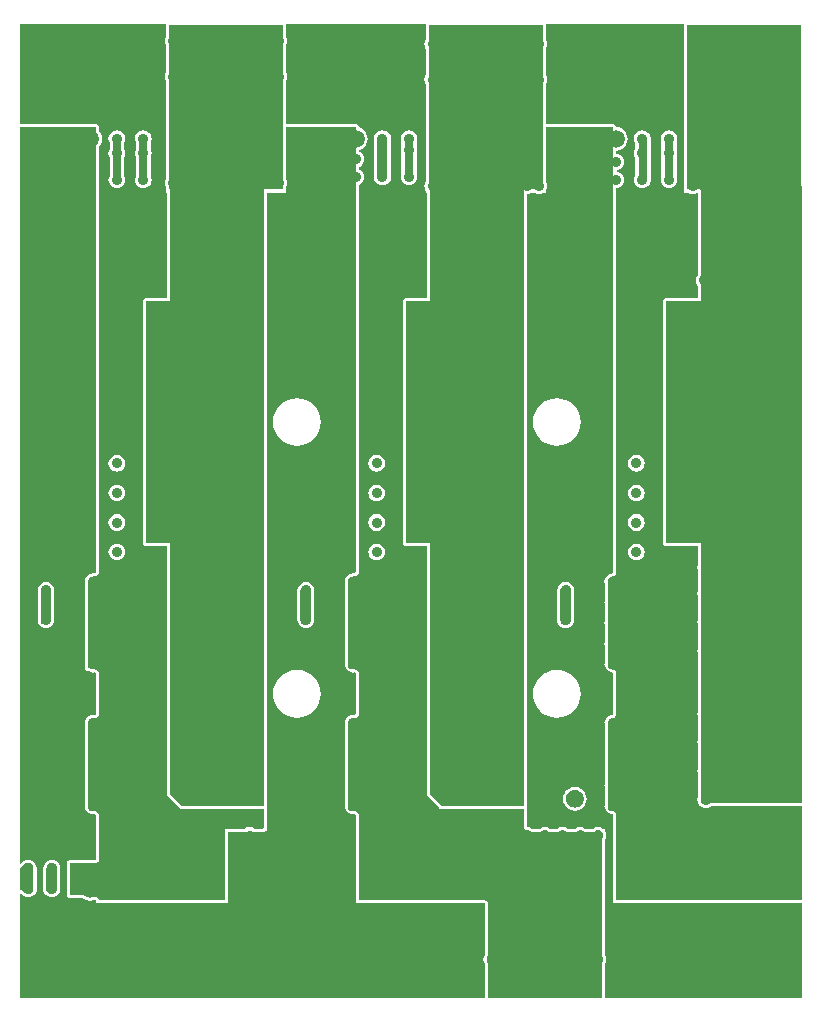
<source format=gbl>
G04*
G04 #@! TF.GenerationSoftware,Altium Limited,Altium Designer,18.0.12 (696)*
G04*
G04 Layer_Physical_Order=8*
G04 Layer_Color=16711680*
%FSLAX25Y25*%
%MOIN*%
G70*
G01*
G75*
%ADD42R,0.05906X0.05906*%
%ADD43C,0.05906*%
%ADD44R,0.38000X0.55000*%
%ADD45C,0.03500*%
%ADD66R,0.03150X0.14567*%
%ADD67R,0.02756X0.14173*%
%ADD68R,0.03150X0.12992*%
%ADD69R,0.03543X0.12992*%
%ADD70R,0.03150X0.13780*%
%ADD71R,0.03150X0.14173*%
%ADD72R,0.04304X0.28347*%
%ADD73R,0.04245X0.27107*%
%ADD74R,0.03517X0.27559*%
%ADD75R,0.03064X0.27501*%
%ADD76R,0.04698X0.27559*%
%ADD77R,0.04639X0.28288*%
%ADD78R,0.03431X0.10294*%
%ADD79R,0.03491X0.09843*%
%ADD80R,0.10236X0.10753*%
%ADD81R,0.03543X0.07874*%
G36*
X573819Y389764D02*
X573819Y240963D01*
X573101Y240868D01*
X572432Y240591D01*
X571858Y240150D01*
X571417Y239576D01*
X571140Y238907D01*
X571045Y238189D01*
X571113Y237670D01*
Y231818D01*
X571045Y231299D01*
X571113Y230781D01*
Y224928D01*
X571045Y224410D01*
X571113Y223891D01*
Y218038D01*
X571045Y217520D01*
X571113Y217001D01*
Y211149D01*
X571045Y210630D01*
X571140Y209912D01*
X571417Y209243D01*
X571858Y208669D01*
X572432Y208228D01*
X573101Y207951D01*
X573819Y207856D01*
Y193719D01*
X573101Y193624D01*
X572432Y193347D01*
X571858Y192906D01*
X571417Y192332D01*
X571140Y191663D01*
X571045Y190945D01*
X571054Y190878D01*
Y184122D01*
X571045Y184055D01*
X571054Y183988D01*
Y177232D01*
X571045Y177165D01*
X571054Y177099D01*
Y170342D01*
X571045Y170276D01*
X571054Y170209D01*
Y163453D01*
X571045Y163386D01*
X571140Y162668D01*
X571417Y161999D01*
X571858Y161425D01*
X572432Y160984D01*
X573101Y160707D01*
X573819Y160612D01*
Y111714D01*
X573819Y130905D01*
X636725Y130905D01*
Y99496D01*
X571181D01*
Y110663D01*
X571300Y110818D01*
X571577Y111487D01*
X571671Y112205D01*
X571577Y112923D01*
X571300Y113592D01*
X571181Y113746D01*
Y142345D01*
X571279Y142582D01*
X571374Y143300D01*
X571279Y144018D01*
X571181Y144255D01*
Y152002D01*
X571300Y152156D01*
X571577Y152825D01*
X571671Y153543D01*
X571577Y154261D01*
X571300Y154930D01*
X571181Y155085D01*
Y155827D01*
X570439D01*
X570285Y155945D01*
X569616Y156222D01*
X568898Y156317D01*
X568180Y156222D01*
X567511Y155945D01*
X567356Y155827D01*
X564534D01*
X564379Y155945D01*
X563710Y156222D01*
X562992Y156317D01*
X562274Y156222D01*
X561605Y155945D01*
X561451Y155827D01*
X558628D01*
X558473Y155945D01*
X557804Y156222D01*
X557087Y156317D01*
X556369Y156222D01*
X555700Y155945D01*
X555545Y155827D01*
X552723D01*
X552568Y155945D01*
X551899Y156222D01*
X551181Y156317D01*
X550463Y156222D01*
X549794Y155945D01*
X549640Y155827D01*
X546817D01*
X546663Y155945D01*
X545994Y156222D01*
X545276Y156317D01*
Y163208D01*
X545311Y163386D01*
Y367310D01*
X545994Y367400D01*
X546663Y367677D01*
X546817Y367795D01*
X547671D01*
X547826Y367677D01*
X548495Y367400D01*
X549213Y367305D01*
X549930Y367400D01*
X550599Y367677D01*
X550754Y367795D01*
X551496D01*
Y368537D01*
X551615Y368692D01*
X551892Y369361D01*
X551986Y370079D01*
X551892Y370797D01*
X551615Y371466D01*
X551496Y371620D01*
Y389764D01*
X573819Y389764D01*
D02*
G37*
G36*
X511496Y418864D02*
X511377Y418710D01*
X511100Y418041D01*
X511006Y417323D01*
X511100Y416605D01*
X511377Y415936D01*
X511496Y415781D01*
Y407053D01*
X511377Y406899D01*
X511100Y406230D01*
X511006Y405512D01*
X511100Y404794D01*
X511377Y404125D01*
X511496Y403970D01*
Y371620D01*
X511377Y371466D01*
X511100Y370797D01*
X511006Y370079D01*
X511100Y369361D01*
X511377Y368692D01*
X511496Y368537D01*
Y367795D01*
X511776D01*
Y332713D01*
X504921D01*
X504531Y332635D01*
X504200Y332414D01*
X503979Y332083D01*
X503902Y331693D01*
X503902Y250984D01*
X503979Y250594D01*
X504200Y250263D01*
X504531Y250042D01*
X504921Y249965D01*
X511776D01*
Y167323D01*
X511853Y166933D01*
X512074Y166602D01*
X516011Y162665D01*
X516342Y162444D01*
X516732Y162366D01*
X544256D01*
Y156317D01*
X544282Y156186D01*
X544291Y156053D01*
X544320Y155993D01*
X544334Y155927D01*
X544408Y155816D01*
X544467Y155696D01*
X544517Y155652D01*
X544555Y155596D01*
X544665Y155522D01*
X544766Y155434D01*
X544830Y155412D01*
X544885Y155375D01*
X545016Y155349D01*
X545143Y155306D01*
X545727Y155229D01*
X546148Y155055D01*
X546196Y155018D01*
X546316Y154959D01*
X546427Y154885D01*
X546493Y154872D01*
X546553Y154842D01*
X546686Y154833D01*
X546817Y154807D01*
X549640D01*
X549770Y154833D01*
X549903Y154842D01*
X549964Y154872D01*
X550030Y154885D01*
X550141Y154959D01*
X550260Y155018D01*
X550308Y155055D01*
X550729Y155229D01*
X551181Y155289D01*
X551633Y155229D01*
X552054Y155055D01*
X552102Y155018D01*
X552221Y154959D01*
X552332Y154885D01*
X552398Y154872D01*
X552459Y154842D01*
X552592Y154833D01*
X552723Y154807D01*
X555545D01*
X555676Y154833D01*
X555809Y154842D01*
X555869Y154872D01*
X555935Y154885D01*
X556046Y154959D01*
X556166Y155018D01*
X556214Y155055D01*
X556635Y155229D01*
X557087Y155289D01*
X557538Y155229D01*
X557959Y155055D01*
X558007Y155018D01*
X558127Y154959D01*
X558238Y154885D01*
X558304Y154872D01*
X558364Y154842D01*
X558497Y154833D01*
X558628Y154807D01*
X561451D01*
X561581Y154833D01*
X561715Y154842D01*
X561775Y154872D01*
X561841Y154885D01*
X561952Y154959D01*
X562071Y155018D01*
X562119Y155055D01*
X562540Y155229D01*
X562992Y155289D01*
X563444Y155229D01*
X563865Y155055D01*
X563913Y155018D01*
X564033Y154959D01*
X564144Y154885D01*
X564209Y154872D01*
X564270Y154842D01*
X564403Y154833D01*
X564534Y154807D01*
X567356D01*
X567487Y154833D01*
X567620Y154842D01*
X567680Y154872D01*
X567746Y154885D01*
X567857Y154959D01*
X567977Y155018D01*
X568025Y155055D01*
X568446Y155229D01*
X568898Y155289D01*
X569349Y155229D01*
X569770Y155055D01*
X569818Y155018D01*
X569938Y154959D01*
X570049Y154885D01*
X570115Y154872D01*
X570175Y154842D01*
X570195Y154841D01*
X570196Y154821D01*
X570226Y154761D01*
X570239Y154695D01*
X570313Y154584D01*
X570372Y154464D01*
X570409Y154416D01*
X570583Y153995D01*
X570643Y153543D01*
X570583Y153092D01*
X570409Y152671D01*
X570372Y152622D01*
X570313Y152503D01*
X570239Y152392D01*
X570226Y152326D01*
X570196Y152266D01*
X570188Y152133D01*
X570161Y152002D01*
Y144255D01*
X570239Y143865D01*
X570286Y143752D01*
X570345Y143300D01*
X570286Y142848D01*
X570239Y142735D01*
X570161Y142345D01*
Y113746D01*
X570188Y113615D01*
X570196Y113482D01*
X570226Y113422D01*
X570239Y113356D01*
X570313Y113245D01*
X570372Y113126D01*
X570409Y113077D01*
X570583Y112656D01*
X570643Y112205D01*
X570583Y111753D01*
X570409Y111332D01*
X570372Y111284D01*
X570313Y111164D01*
X570239Y111053D01*
X570226Y110987D01*
X570196Y110927D01*
X570188Y110794D01*
X570161Y110663D01*
Y99496D01*
X532201D01*
Y110663D01*
X532175Y110794D01*
X532166Y110927D01*
X532136Y110987D01*
X532123Y111053D01*
X532049Y111164D01*
X531990Y111284D01*
X531953Y111332D01*
X531779Y111753D01*
X531719Y112205D01*
X531779Y112656D01*
X531953Y113077D01*
X531990Y113126D01*
X532049Y113245D01*
X532123Y113356D01*
X532136Y113422D01*
X532166Y113482D01*
X532175Y113615D01*
X532201Y113746D01*
Y130905D01*
X532123Y131296D01*
X531902Y131626D01*
X531571Y131848D01*
X531181Y131925D01*
X489209D01*
Y160327D01*
X489191Y160415D01*
X489193Y160506D01*
X489152Y160609D01*
X489131Y160717D01*
X489081Y160792D01*
X489048Y160876D01*
X488971Y160956D01*
X488910Y161048D01*
X488835Y161098D01*
X488772Y161163D01*
X488272Y161512D01*
X488111Y161583D01*
X487953Y161661D01*
X487929Y161662D01*
X487908Y161672D01*
X487732Y161675D01*
X487556Y161687D01*
X487205Y161641D01*
X486753Y161700D01*
X486332Y161874D01*
X485971Y162152D01*
X485693Y162513D01*
X485519Y162934D01*
X485459Y163386D01*
X485510Y163771D01*
X485506Y163838D01*
X485519Y163904D01*
Y169757D01*
X485506Y169823D01*
X485510Y169890D01*
X485459Y170276D01*
X485510Y170661D01*
X485506Y170728D01*
X485519Y170794D01*
Y176647D01*
X485506Y176713D01*
X485510Y176780D01*
X485459Y177165D01*
X485510Y177551D01*
X485506Y177618D01*
X485519Y177684D01*
Y183537D01*
X485506Y183602D01*
X485510Y183670D01*
X485459Y184055D01*
X485510Y184441D01*
X485506Y184508D01*
X485519Y184574D01*
Y190426D01*
X485506Y190492D01*
X485510Y190559D01*
X485459Y190945D01*
X485519Y191397D01*
X485693Y191817D01*
X485971Y192179D01*
X486332Y192456D01*
X486753Y192631D01*
X487205Y192690D01*
X487556Y192644D01*
X487732Y192656D01*
X487908Y192659D01*
X487929Y192668D01*
X487953Y192670D01*
X488111Y192748D01*
X488272Y192819D01*
X488772Y193167D01*
X488835Y193233D01*
X488910Y193283D01*
X488971Y193375D01*
X489048Y193455D01*
X489081Y193538D01*
X489131Y193614D01*
X489152Y193722D01*
X489193Y193825D01*
X489191Y193915D01*
X489209Y194004D01*
Y207571D01*
X489191Y207660D01*
X489193Y207750D01*
X489152Y207853D01*
X489131Y207961D01*
X489081Y208036D01*
X489048Y208120D01*
X488971Y208200D01*
X488910Y208292D01*
X488835Y208342D01*
X488772Y208407D01*
X488272Y208756D01*
X488111Y208827D01*
X487953Y208905D01*
X487929Y208906D01*
X487908Y208916D01*
X487732Y208919D01*
X487556Y208931D01*
X487205Y208885D01*
X486753Y208944D01*
X486332Y209118D01*
X485971Y209396D01*
X485693Y209757D01*
X485519Y210178D01*
X485454Y210670D01*
X485459Y210697D01*
Y217453D01*
X485446Y217518D01*
X485446Y217520D01*
X485446Y217521D01*
X485459Y217586D01*
Y224343D01*
X485446Y224408D01*
X485446Y224409D01*
X485446Y224411D01*
X485459Y224476D01*
Y231232D01*
X485446Y231297D01*
X485446Y231299D01*
X485446Y231301D01*
X485459Y231366D01*
Y238122D01*
X485454Y238149D01*
X485519Y238641D01*
X485693Y239062D01*
X485971Y239423D01*
X486332Y239701D01*
X486753Y239875D01*
X487205Y239934D01*
X487556Y239888D01*
X487732Y239900D01*
X487908Y239903D01*
X487929Y239913D01*
X487953Y239914D01*
X488111Y239992D01*
X488272Y240063D01*
X488772Y240412D01*
X488835Y240477D01*
X488910Y240527D01*
X488971Y240619D01*
X489048Y240699D01*
X489081Y240783D01*
X489131Y240858D01*
X489152Y240966D01*
X489193Y241069D01*
X489191Y241159D01*
X489209Y241248D01*
X489209Y370477D01*
X489576Y370629D01*
X490150Y371070D01*
X490591Y371645D01*
X490868Y372314D01*
X490963Y373031D01*
X490868Y373749D01*
X490591Y374418D01*
X490150Y374993D01*
X489576Y375434D01*
X489209Y375586D01*
Y376383D01*
X489576Y376535D01*
X490150Y376976D01*
X490591Y377550D01*
X490868Y378219D01*
X490963Y378937D01*
X490868Y379655D01*
X490591Y380324D01*
X490150Y380898D01*
X489576Y381339D01*
X489209Y381491D01*
Y381974D01*
X489221Y381976D01*
X490182Y382374D01*
X491008Y383008D01*
X491642Y383833D01*
X492040Y384795D01*
X492176Y385827D01*
X492040Y386859D01*
X491642Y387820D01*
X491008Y388646D01*
X490182Y389280D01*
X489221Y389678D01*
X489209Y389679D01*
Y389764D01*
X489131Y390154D01*
X488910Y390485D01*
X488579Y390706D01*
X488189Y390783D01*
X464882D01*
Y404955D01*
X465000Y405109D01*
X465278Y405778D01*
X465372Y406496D01*
X465278Y407214D01*
X465000Y407883D01*
X464882Y408038D01*
Y416766D01*
X465000Y416920D01*
X465278Y417589D01*
X465372Y418307D01*
X465278Y419025D01*
X465000Y419694D01*
X464882Y419849D01*
Y424126D01*
X511496D01*
Y418864D01*
D02*
G37*
G36*
X424882Y419849D02*
X424763Y419694D01*
X424486Y419025D01*
X424392Y418307D01*
X424486Y417589D01*
X424763Y416920D01*
X424882Y416766D01*
Y408038D01*
X424763Y407883D01*
X424486Y407214D01*
X424392Y406496D01*
X424486Y405778D01*
X424763Y405109D01*
X424882Y404955D01*
Y372604D01*
X424763Y372450D01*
X424486Y371781D01*
X424392Y371063D01*
X424486Y370345D01*
X424763Y369676D01*
X424882Y369521D01*
Y367795D01*
X425162D01*
Y332713D01*
X418307D01*
X417917Y332635D01*
X417586Y332414D01*
X417365Y332083D01*
X417287Y331693D01*
X417287Y250984D01*
X417365Y250594D01*
X417586Y250263D01*
X417917Y250042D01*
X418307Y249965D01*
X425162D01*
Y167323D01*
X425239Y166933D01*
X425460Y166602D01*
X429397Y162665D01*
X429728Y162444D01*
X430118Y162366D01*
X457642D01*
Y156098D01*
X457275Y155945D01*
X457120Y155827D01*
X454297D01*
X454143Y155945D01*
X453474Y156222D01*
X452756Y156317D01*
X452038Y156222D01*
X451369Y155945D01*
X451214Y155827D01*
X444567D01*
Y131925D01*
X402592D01*
X402575Y132012D01*
Y132113D01*
X402536Y132205D01*
X402517Y132304D01*
X402461Y132387D01*
X402423Y132480D01*
X402352Y132551D01*
X402296Y132635D01*
X402212Y132691D01*
X402141Y132762D01*
X401725Y133039D01*
X401633Y133078D01*
X401549Y133133D01*
X401451Y133153D01*
X401358Y133192D01*
X401258D01*
X401159Y133211D01*
X401061Y133192D01*
X400960D01*
X400867Y133153D01*
X400769Y133133D01*
X400372Y132969D01*
X399606Y132868D01*
X398841Y132969D01*
X398127Y133265D01*
X397789Y133524D01*
X397669Y133583D01*
X397558Y133657D01*
X397492Y133670D01*
X397432Y133700D01*
X397299Y133709D01*
X397168Y133735D01*
X393014D01*
X392930Y133751D01*
X392913Y133835D01*
Y144388D01*
X392930Y144472D01*
X393014Y144488D01*
X401575D01*
X401965Y144566D01*
X402296Y144787D01*
X402517Y145118D01*
X402594Y145508D01*
Y160327D01*
X402577Y160415D01*
X402579Y160506D01*
X402538Y160609D01*
X402517Y160717D01*
X402467Y160792D01*
X402434Y160876D01*
X402357Y160956D01*
X402296Y161048D01*
X402221Y161098D01*
X402158Y161163D01*
X401658Y161512D01*
X401497Y161583D01*
X401339Y161661D01*
X401315Y161662D01*
X401294Y161672D01*
X401118Y161675D01*
X400942Y161687D01*
X400591Y161641D01*
X400139Y161700D01*
X399718Y161874D01*
X399356Y162152D01*
X399256Y162282D01*
X399131Y162392D01*
X399014Y162509D01*
X398863Y162610D01*
X398845Y162699D01*
Y163319D01*
X398832Y163384D01*
X398832Y163386D01*
X398832Y163388D01*
X398845Y163453D01*
Y170209D01*
X398832Y170274D01*
X398832Y170276D01*
X398832Y170277D01*
X398845Y170342D01*
Y177099D01*
X398832Y177164D01*
X398832Y177165D01*
X398832Y177167D01*
X398845Y177232D01*
Y183988D01*
X398832Y184053D01*
X398832Y184055D01*
X398832Y184057D01*
X398845Y184122D01*
Y190878D01*
X398840Y190905D01*
X398905Y191397D01*
X399079Y191818D01*
X399356Y192179D01*
X399718Y192456D01*
X400139Y192631D01*
X400591Y192690D01*
X400942Y192644D01*
X401118Y192656D01*
X401294Y192659D01*
X401315Y192668D01*
X401339Y192670D01*
X401497Y192748D01*
X401658Y192819D01*
X402158Y193168D01*
X402221Y193233D01*
X402296Y193283D01*
X402357Y193375D01*
X402434Y193455D01*
X402467Y193538D01*
X402517Y193614D01*
X402538Y193722D01*
X402579Y193825D01*
X402577Y193915D01*
X402594Y194004D01*
Y207571D01*
X402577Y207660D01*
X402579Y207750D01*
X402538Y207853D01*
X402517Y207961D01*
X402467Y208036D01*
X402434Y208120D01*
X402357Y208200D01*
X402296Y208292D01*
X402221Y208342D01*
X402158Y208407D01*
X401658Y208756D01*
X401497Y208827D01*
X401339Y208905D01*
X401315Y208906D01*
X401294Y208916D01*
X401118Y208919D01*
X400942Y208931D01*
X400591Y208885D01*
X400139Y208944D01*
X399718Y209118D01*
X399562Y209238D01*
X399442Y209297D01*
X399331Y209371D01*
X399265Y209384D01*
X399205Y209414D01*
X399128Y209419D01*
X399104Y209429D01*
X398921Y209466D01*
X398905Y209549D01*
Y210111D01*
X398892Y210177D01*
X398896Y210244D01*
X398845Y210630D01*
X398896Y211015D01*
X398892Y211083D01*
X398905Y211149D01*
Y217001D01*
X398892Y217067D01*
X398896Y217134D01*
X398845Y217520D01*
X398896Y217905D01*
X398892Y217972D01*
X398905Y218038D01*
Y223891D01*
X398892Y223957D01*
X398896Y224024D01*
X398845Y224410D01*
X398896Y224795D01*
X398892Y224862D01*
X398905Y224928D01*
Y230781D01*
X398892Y230847D01*
X398896Y230914D01*
X398845Y231299D01*
X398896Y231685D01*
X398892Y231752D01*
X398905Y231818D01*
Y237670D01*
X398892Y237736D01*
X398896Y237804D01*
X398845Y238189D01*
X398905Y238641D01*
X399079Y239062D01*
X399356Y239423D01*
X399718Y239701D01*
X400139Y239875D01*
X400591Y239934D01*
X400942Y239888D01*
X401118Y239900D01*
X401294Y239903D01*
X401315Y239913D01*
X401339Y239914D01*
X401497Y239992D01*
X401658Y240063D01*
X402158Y240412D01*
X402221Y240477D01*
X402296Y240527D01*
X402357Y240619D01*
X402434Y240699D01*
X402467Y240783D01*
X402517Y240858D01*
X402538Y240966D01*
X402579Y241069D01*
X402577Y241159D01*
X402594Y241248D01*
X402594Y383228D01*
X403059Y383833D01*
X403457Y384795D01*
X403593Y385827D01*
X403457Y386859D01*
X403059Y387820D01*
X402594Y388426D01*
Y389764D01*
X402517Y390154D01*
X402296Y390485D01*
X401965Y390706D01*
X401575Y390783D01*
X376071D01*
X376071Y391283D01*
Y424126D01*
X424882D01*
Y419849D01*
D02*
G37*
G36*
X597717Y418046D02*
X597715Y418041D01*
X597620Y417323D01*
X597715Y416605D01*
X597717Y416600D01*
Y406235D01*
X597715Y406230D01*
X597620Y405512D01*
X597715Y404794D01*
X597717Y404789D01*
Y391471D01*
X597715Y391466D01*
X597620Y390748D01*
X597715Y390030D01*
X597717Y390025D01*
Y387534D01*
X597715Y387529D01*
X597620Y386811D01*
X597715Y386093D01*
X597717Y386088D01*
Y383597D01*
X597715Y383592D01*
X597620Y382874D01*
X597715Y382156D01*
X597717Y382151D01*
Y370802D01*
X597715Y370797D01*
X597620Y370079D01*
X597715Y369361D01*
X597717Y369356D01*
Y367795D01*
X598852D01*
X599007Y367677D01*
X599676Y367400D01*
X600394Y367305D01*
X601112Y367400D01*
X601781Y367677D01*
X601827Y367712D01*
X602327Y367550D01*
Y340489D01*
X601929Y339969D01*
X601651Y339301D01*
X601557Y338583D01*
X601651Y337865D01*
X601929Y337196D01*
X602327Y336677D01*
Y332713D01*
X591535D01*
X591145Y332635D01*
X590814Y332414D01*
X590593Y332083D01*
X590516Y331693D01*
X590516Y250984D01*
X590593Y250594D01*
X590814Y250263D01*
X591145Y250042D01*
X591535Y249965D01*
X602327D01*
Y244115D01*
X602121Y243618D01*
X602026Y242900D01*
X602121Y242182D01*
X602327Y241685D01*
Y235415D01*
X602121Y234918D01*
X602026Y234200D01*
X602121Y233482D01*
X602327Y232985D01*
Y225815D01*
X602121Y225318D01*
X602026Y224600D01*
X602121Y223882D01*
X602327Y223385D01*
Y216315D01*
X602121Y215818D01*
X602026Y215100D01*
X602121Y214382D01*
X602327Y213885D01*
Y195315D01*
X602121Y194818D01*
X602026Y194100D01*
X602121Y193382D01*
X602327Y192885D01*
Y185815D01*
X602121Y185318D01*
X602026Y184600D01*
X602121Y183882D01*
X602327Y183385D01*
Y176315D01*
X602121Y175818D01*
X602026Y175100D01*
X602121Y174382D01*
X602327Y173885D01*
Y166715D01*
X602121Y166218D01*
X602026Y165500D01*
X602121Y164782D01*
X602360Y164206D01*
X602404Y163980D01*
X602626Y163649D01*
X602956Y163428D01*
X602992Y163421D01*
X603413Y163098D01*
X604082Y162821D01*
X604800Y162726D01*
X605518Y162821D01*
X606187Y163098D01*
X606516Y163350D01*
X636725Y163350D01*
X636725Y162850D01*
Y132425D01*
X636725Y131925D01*
X574838Y131925D01*
Y160612D01*
X574813Y160743D01*
X574804Y160876D01*
X574774Y160936D01*
X574761Y161002D01*
X574687Y161113D01*
X574628Y161233D01*
X574577Y161277D01*
X574540Y161333D01*
X574429Y161407D01*
X574329Y161495D01*
X574265Y161517D01*
X574209Y161554D01*
X574078Y161580D01*
X573952Y161623D01*
X573367Y161700D01*
X572946Y161874D01*
X572585Y162152D01*
X572307Y162513D01*
X572133Y162934D01*
X572068Y163426D01*
X572074Y163453D01*
Y170209D01*
X572061Y170274D01*
X572060Y170276D01*
X572061Y170277D01*
X572074Y170342D01*
Y177099D01*
X572061Y177164D01*
X572060Y177165D01*
X572061Y177167D01*
X572074Y177232D01*
Y183988D01*
X572061Y184053D01*
X572060Y184055D01*
X572061Y184057D01*
X572074Y184122D01*
Y190878D01*
X572068Y190905D01*
X572133Y191397D01*
X572307Y191818D01*
X572585Y192179D01*
X572946Y192456D01*
X573367Y192631D01*
X573952Y192708D01*
X574078Y192751D01*
X574209Y192777D01*
X574265Y192814D01*
X574329Y192836D01*
X574429Y192924D01*
X574540Y192998D01*
X574577Y193054D01*
X574628Y193098D01*
X574687Y193218D01*
X574761Y193328D01*
X574774Y193394D01*
X574804Y193455D01*
X574813Y193588D01*
X574838Y193719D01*
Y207856D01*
X574813Y207987D01*
X574804Y208120D01*
X574774Y208180D01*
X574761Y208246D01*
X574687Y208357D01*
X574628Y208477D01*
X574577Y208521D01*
X574540Y208577D01*
X574429Y208651D01*
X574329Y208739D01*
X574265Y208761D01*
X574209Y208798D01*
X574078Y208824D01*
X573952Y208867D01*
X573367Y208944D01*
X572946Y209118D01*
X572585Y209396D01*
X572307Y209757D01*
X572133Y210178D01*
X572074Y210630D01*
X572124Y211015D01*
X572120Y211083D01*
X572133Y211149D01*
Y217001D01*
X572120Y217067D01*
X572124Y217134D01*
X572074Y217520D01*
X572124Y217905D01*
X572120Y217972D01*
X572133Y218038D01*
Y223891D01*
X572120Y223957D01*
X572124Y224024D01*
X572074Y224410D01*
X572124Y224795D01*
X572120Y224862D01*
X572133Y224928D01*
Y230781D01*
X572120Y230847D01*
X572124Y230914D01*
X572074Y231299D01*
X572124Y231685D01*
X572120Y231752D01*
X572133Y231818D01*
Y237670D01*
X572120Y237736D01*
X572124Y237804D01*
X572074Y238189D01*
X572133Y238641D01*
X572307Y239062D01*
X572585Y239423D01*
X572946Y239701D01*
X573367Y239875D01*
X573952Y239952D01*
X574078Y239995D01*
X574209Y240021D01*
X574265Y240058D01*
X574329Y240080D01*
X574429Y240168D01*
X574540Y240242D01*
X574577Y240298D01*
X574628Y240342D01*
X574687Y240462D01*
X574761Y240573D01*
X574774Y240638D01*
X574804Y240699D01*
X574813Y240832D01*
X574838Y240963D01*
X574838Y369278D01*
X575521Y369368D01*
X576190Y369645D01*
X576764Y370086D01*
X577205Y370660D01*
X577482Y371329D01*
X577577Y372047D01*
X577482Y372765D01*
X577205Y373434D01*
X576764Y374009D01*
X576190Y374449D01*
X575521Y374727D01*
X575359Y374748D01*
Y375252D01*
X575521Y375273D01*
X576190Y375551D01*
X576764Y375991D01*
X577205Y376566D01*
X577482Y377235D01*
X577577Y377953D01*
X577482Y378671D01*
X577205Y379340D01*
X576764Y379914D01*
X576190Y380355D01*
X575521Y380632D01*
X574838Y380722D01*
Y381845D01*
X575835Y381976D01*
X576797Y382374D01*
X577622Y383008D01*
X578256Y383833D01*
X578654Y384795D01*
X578790Y385827D01*
X578654Y386859D01*
X578256Y387820D01*
X577622Y388646D01*
X576797Y389280D01*
X575835Y389678D01*
X574829Y389810D01*
X574761Y390154D01*
X574540Y390485D01*
X574209Y390706D01*
X573819Y390783D01*
X551496Y390783D01*
Y403970D01*
X551615Y404125D01*
X551892Y404794D01*
X551986Y405512D01*
X551892Y406230D01*
X551615Y406899D01*
X551496Y407053D01*
Y415781D01*
X551615Y415936D01*
X551892Y416605D01*
X551986Y417323D01*
X551892Y418041D01*
X551615Y418710D01*
X551496Y418864D01*
Y424126D01*
X597717D01*
Y418046D01*
D02*
G37*
G36*
X544291Y163386D02*
X516732D01*
X512795Y167323D01*
Y250984D01*
X504921D01*
X504921Y331693D01*
X512795D01*
Y369094D01*
X544291D01*
Y163386D01*
D02*
G37*
G36*
X457677D02*
X430118D01*
X426181Y167323D01*
Y250984D01*
X418307D01*
X418307Y331693D01*
X426181D01*
Y369094D01*
X457677D01*
Y163386D01*
D02*
G37*
G36*
X636725Y164370D02*
X603346Y164370D01*
Y250984D01*
X591535D01*
X591535Y331693D01*
X603346D01*
Y370079D01*
X636725D01*
X636725Y164370D01*
D02*
G37*
G36*
X488189Y241248D02*
X487689Y240899D01*
X487205Y240963D01*
X486487Y240868D01*
X485818Y240591D01*
X485243Y240150D01*
X484803Y239576D01*
X484525Y238907D01*
X484431Y238189D01*
X484440Y238122D01*
Y231366D01*
X484431Y231299D01*
X484440Y231232D01*
Y224476D01*
X484431Y224409D01*
X484440Y224343D01*
Y217586D01*
X484431Y217520D01*
X484440Y217453D01*
Y210697D01*
X484431Y210630D01*
X484525Y209912D01*
X484803Y209243D01*
X485243Y208669D01*
X485818Y208228D01*
X486487Y207951D01*
X487205Y207856D01*
X487689Y207920D01*
X488189Y207571D01*
Y194004D01*
X487689Y193655D01*
X487205Y193719D01*
X486487Y193624D01*
X485818Y193347D01*
X485243Y192906D01*
X484803Y192332D01*
X484525Y191663D01*
X484431Y190945D01*
X484499Y190426D01*
Y184574D01*
X484431Y184055D01*
X484499Y183537D01*
Y177684D01*
X484431Y177165D01*
X484499Y176647D01*
Y170794D01*
X484431Y170276D01*
X484499Y169757D01*
Y163904D01*
X484431Y163386D01*
X484525Y162668D01*
X484803Y161999D01*
X485243Y161425D01*
X485818Y160984D01*
X486487Y160707D01*
X487205Y160612D01*
X487689Y160676D01*
X488189Y160327D01*
Y130905D01*
X531181D01*
Y113746D01*
X531062Y113592D01*
X530785Y112923D01*
X530691Y112205D01*
X530785Y111487D01*
X531062Y110818D01*
X531181Y110663D01*
Y99496D01*
X376071D01*
Y134013D01*
X376147Y134075D01*
X376571Y134234D01*
X376775Y134097D01*
X376802Y134092D01*
X376976Y133865D01*
X377550Y133425D01*
X378219Y133148D01*
X378937Y133053D01*
X379655Y133148D01*
X380324Y133425D01*
X380898Y133865D01*
X381072Y134092D01*
X381099Y134097D01*
X381430Y134318D01*
X381651Y134649D01*
X381728Y135039D01*
Y142913D01*
X381651Y143304D01*
X381629Y143336D01*
X381616Y143434D01*
X381339Y144103D01*
X380898Y144678D01*
X380324Y145119D01*
X379655Y145396D01*
X378937Y145490D01*
X378219Y145396D01*
X377550Y145119D01*
X376976Y144678D01*
X376571Y144150D01*
X376414Y144152D01*
X376071Y144289D01*
X376071Y389764D01*
X401575D01*
X401575Y241248D01*
X401075Y240899D01*
X400591Y240963D01*
X399873Y240868D01*
X399204Y240591D01*
X398629Y240150D01*
X398188Y239576D01*
X397911Y238907D01*
X397817Y238189D01*
X397885Y237670D01*
Y231818D01*
X397817Y231299D01*
X397885Y230781D01*
Y224928D01*
X397817Y224410D01*
X397885Y223891D01*
Y218038D01*
X397817Y217520D01*
X397885Y217001D01*
Y211149D01*
X397817Y210630D01*
X397885Y210111D01*
Y209449D01*
X397963Y209059D01*
X398184Y208728D01*
X398515Y208507D01*
X398905Y208429D01*
X398941D01*
X399204Y208228D01*
X399873Y207951D01*
X400591Y207856D01*
X401075Y207920D01*
X401575Y207571D01*
Y194004D01*
X401075Y193655D01*
X400591Y193719D01*
X399873Y193624D01*
X399204Y193347D01*
X398629Y192906D01*
X398188Y192332D01*
X397911Y191663D01*
X397817Y190945D01*
X397826Y190878D01*
Y184122D01*
X397817Y184055D01*
X397826Y183988D01*
Y177232D01*
X397817Y177165D01*
X397826Y177099D01*
Y170342D01*
X397817Y170276D01*
X397826Y170209D01*
Y163453D01*
X397817Y163386D01*
X397826Y163319D01*
Y162598D01*
X397903Y162208D01*
X398124Y161878D01*
X398447Y161662D01*
X398629Y161425D01*
X399204Y160984D01*
X399873Y160707D01*
X400591Y160612D01*
X401075Y160676D01*
X401575Y160327D01*
Y145508D01*
X392913D01*
X392523Y145430D01*
X392192Y145209D01*
X391971Y144878D01*
X391894Y144488D01*
Y133735D01*
X391971Y133345D01*
X392192Y133014D01*
X392523Y132793D01*
X392913Y132715D01*
X397168D01*
X397613Y132374D01*
X398574Y131976D01*
X399606Y131840D01*
X400638Y131976D01*
X401159Y132192D01*
X401575Y131914D01*
Y130905D01*
X458661D01*
Y163208D01*
X458697Y163386D01*
Y367795D01*
X464882D01*
Y369521D01*
X465000Y369676D01*
X465278Y370345D01*
X465372Y371063D01*
X465278Y371781D01*
X465000Y372450D01*
X464882Y372604D01*
Y389764D01*
X488189D01*
X488189Y241248D01*
D02*
G37*
G36*
X379389Y144402D02*
X379810Y144228D01*
X380171Y143951D01*
X380449Y143589D01*
X380629Y143153D01*
Y143137D01*
X380658Y143067D01*
X380709Y142813D01*
Y135140D01*
X380691Y135051D01*
X380592Y134985D01*
X380562Y134975D01*
X380537Y134953D01*
X380506Y134940D01*
X380388Y134822D01*
X380263Y134713D01*
X380171Y134593D01*
X379810Y134315D01*
X379389Y134141D01*
X378937Y134081D01*
X378485Y134141D01*
X378064Y134315D01*
X377703Y134593D01*
X377611Y134713D01*
X377486Y134822D01*
X377368Y134940D01*
X377337Y134953D01*
X377312Y134975D01*
X377282Y134985D01*
X377137Y135082D01*
X377060Y135114D01*
X376992Y135162D01*
X376878Y135189D01*
X376769Y135234D01*
X376686D01*
X376605Y135253D01*
X376571Y135248D01*
X376377Y135335D01*
X376123Y135563D01*
X376090Y135605D01*
X376071Y135644D01*
Y142713D01*
X376182Y142854D01*
X376559Y143130D01*
X376631Y143144D01*
X376704Y143139D01*
X376825Y143180D01*
X376951Y143204D01*
X377011Y143244D01*
X377080Y143267D01*
X377176Y143351D01*
X377284Y143421D01*
X377325Y143481D01*
X377379Y143529D01*
X377703Y143951D01*
X378064Y144228D01*
X378485Y144402D01*
X378937Y144462D01*
X379389Y144402D01*
D02*
G37*
%LPC*%
G36*
X555118Y299277D02*
X553569Y299124D01*
X552080Y298673D01*
X550708Y297939D01*
X549505Y296952D01*
X548518Y295749D01*
X547784Y294376D01*
X547332Y292887D01*
X547180Y291339D01*
X547332Y289790D01*
X547784Y288301D01*
X548518Y286928D01*
X549505Y285725D01*
X550708Y284738D01*
X552080Y284005D01*
X553569Y283553D01*
X555118Y283400D01*
X556667Y283553D01*
X558156Y284005D01*
X559528Y284738D01*
X560731Y285725D01*
X561719Y286928D01*
X562452Y288301D01*
X562904Y289790D01*
X563056Y291339D01*
X562904Y292887D01*
X562452Y294376D01*
X561719Y295749D01*
X560731Y296952D01*
X559528Y297939D01*
X558156Y298673D01*
X556667Y299124D01*
X555118Y299277D01*
D02*
G37*
G36*
X558071Y238010D02*
X557353Y237915D01*
X556684Y237638D01*
X556110Y237197D01*
X555669Y236623D01*
X555392Y235954D01*
X555297Y235236D01*
X555306Y235169D01*
Y230382D01*
X555297Y230315D01*
X555306Y230248D01*
Y225461D01*
X555297Y225394D01*
X555306Y225327D01*
Y224942D01*
X555384Y224552D01*
X555540Y224318D01*
X555669Y224007D01*
X556110Y223432D01*
X556684Y222992D01*
X557353Y222714D01*
X558071Y222620D01*
X558789Y222714D01*
X559458Y222992D01*
X560032Y223432D01*
X560473Y224007D01*
X560750Y224676D01*
X560845Y225394D01*
X560776Y225912D01*
Y229796D01*
X560845Y230315D01*
X560776Y230834D01*
Y234718D01*
X560845Y235236D01*
X560750Y235954D01*
X560473Y236623D01*
X560032Y237197D01*
X559458Y237638D01*
X558789Y237915D01*
X558071Y238010D01*
D02*
G37*
G36*
X555118Y208726D02*
X553569Y208573D01*
X552080Y208121D01*
X550708Y207388D01*
X549505Y206401D01*
X548518Y205198D01*
X547784Y203825D01*
X547332Y202336D01*
X547180Y200787D01*
X547332Y199239D01*
X547784Y197750D01*
X548518Y196377D01*
X549505Y195174D01*
X550708Y194187D01*
X552080Y193453D01*
X553569Y193002D01*
X555118Y192849D01*
X556667Y193002D01*
X558156Y193453D01*
X559528Y194187D01*
X560731Y195174D01*
X561719Y196377D01*
X562452Y197750D01*
X562904Y199239D01*
X563056Y200787D01*
X562904Y202336D01*
X562452Y203825D01*
X561719Y205198D01*
X560731Y206401D01*
X559528Y207388D01*
X558156Y208121D01*
X556667Y208573D01*
X555118Y208726D01*
D02*
G37*
G36*
X561181Y169735D02*
X560149Y169599D01*
X559188Y169201D01*
X558362Y168567D01*
X557728Y167742D01*
X557330Y166780D01*
X557194Y165748D01*
X557330Y164716D01*
X557728Y163755D01*
X558362Y162929D01*
X559188Y162295D01*
X560149Y161897D01*
X561181Y161761D01*
X562213Y161897D01*
X563174Y162295D01*
X564000Y162929D01*
X564634Y163755D01*
X565032Y164716D01*
X565168Y165748D01*
X565032Y166780D01*
X564634Y167742D01*
X564000Y168567D01*
X563174Y169201D01*
X562213Y169599D01*
X561181Y169735D01*
D02*
G37*
%LPD*%
G36*
X558523Y236922D02*
X558944Y236748D01*
X559305Y236470D01*
X559582Y236109D01*
X559757Y235688D01*
X559816Y235236D01*
X559765Y234851D01*
X559770Y234784D01*
X559757Y234718D01*
Y230834D01*
X559770Y230768D01*
X559765Y230700D01*
X559816Y230315D01*
X559765Y229929D01*
X559770Y229862D01*
X559757Y229796D01*
Y225912D01*
X559770Y225846D01*
X559765Y225779D01*
X559816Y225394D01*
X559757Y224942D01*
X559582Y224521D01*
X559305Y224160D01*
X558944Y223882D01*
X558523Y223708D01*
X558071Y223648D01*
X557619Y223708D01*
X557198Y223882D01*
X556837Y224160D01*
X556559Y224521D01*
X556482Y224708D01*
X556426Y224791D01*
X556388Y224884D01*
X556344Y224950D01*
X556325Y225042D01*
Y225327D01*
X556313Y225392D01*
X556313Y225394D01*
X556313Y225395D01*
X556325Y225461D01*
Y230248D01*
X556313Y230313D01*
X556313Y230315D01*
X556313Y230317D01*
X556325Y230382D01*
Y235169D01*
X556320Y235196D01*
X556385Y235688D01*
X556559Y236109D01*
X556837Y236470D01*
X557198Y236748D01*
X557619Y236922D01*
X558071Y236982D01*
X558523Y236922D01*
D02*
G37*
G36*
X561947Y168606D02*
X562660Y168310D01*
X563273Y167840D01*
X563743Y167227D01*
X564039Y166514D01*
X564140Y165748D01*
X564039Y164982D01*
X563743Y164269D01*
X563273Y163656D01*
X562660Y163186D01*
X561947Y162890D01*
X561181Y162790D01*
X560415Y162890D01*
X559702Y163186D01*
X559089Y163656D01*
X558619Y164269D01*
X558323Y164982D01*
X558223Y165748D01*
X558323Y166514D01*
X558619Y167227D01*
X559089Y167840D01*
X559702Y168310D01*
X560415Y168606D01*
X561181Y168707D01*
X561947Y168606D01*
D02*
G37*
%LPC*%
G36*
X505905Y388600D02*
X505188Y388506D01*
X504519Y388229D01*
X503944Y387788D01*
X503503Y387214D01*
X503226Y386545D01*
X503132Y385827D01*
X503226Y385109D01*
X503311Y384904D01*
Y382812D01*
X503226Y382608D01*
X503132Y381890D01*
X503226Y381172D01*
X503311Y380967D01*
Y373954D01*
X503226Y373749D01*
X503132Y373031D01*
X503226Y372314D01*
X503503Y371645D01*
X503944Y371070D01*
X504519Y370629D01*
X505188Y370352D01*
X505905Y370258D01*
X506623Y370352D01*
X507292Y370629D01*
X507867Y371070D01*
X508308Y371645D01*
X508585Y372314D01*
X508679Y373031D01*
X508585Y373749D01*
X508500Y373954D01*
Y380967D01*
X508585Y381172D01*
X508679Y381890D01*
X508585Y382608D01*
X508500Y382812D01*
Y384904D01*
X508585Y385109D01*
X508679Y385827D01*
X508585Y386545D01*
X508308Y387214D01*
X507867Y387788D01*
X507292Y388229D01*
X506623Y388506D01*
X505905Y388600D01*
D02*
G37*
G36*
X497047D02*
X496329Y388506D01*
X495660Y388229D01*
X495086Y387788D01*
X494645Y387214D01*
X494368Y386545D01*
X494274Y385827D01*
X494298Y385643D01*
X494256Y385433D01*
Y372441D01*
X494334Y372051D01*
X494555Y371720D01*
X494637Y371665D01*
X494645Y371645D01*
X495086Y371070D01*
X495660Y370629D01*
X496329Y370352D01*
X497047Y370258D01*
X497765Y370352D01*
X498434Y370629D01*
X499009Y371070D01*
X499449Y371645D01*
X499458Y371665D01*
X499540Y371720D01*
X499761Y372051D01*
X499838Y372441D01*
Y385433D01*
X499797Y385643D01*
X499821Y385827D01*
X499726Y386545D01*
X499449Y387214D01*
X499009Y387788D01*
X498434Y388229D01*
X497765Y388506D01*
X497047Y388600D01*
D02*
G37*
G36*
X495079Y280333D02*
X494361Y280238D01*
X493692Y279961D01*
X493117Y279520D01*
X492677Y278946D01*
X492400Y278277D01*
X492305Y277559D01*
X492400Y276841D01*
X492677Y276172D01*
X493117Y275598D01*
X493692Y275157D01*
X494361Y274880D01*
X495079Y274785D01*
X495797Y274880D01*
X496466Y275157D01*
X497040Y275598D01*
X497481Y276172D01*
X497758Y276841D01*
X497853Y277559D01*
X497758Y278277D01*
X497481Y278946D01*
X497040Y279520D01*
X496466Y279961D01*
X495797Y280238D01*
X495079Y280333D01*
D02*
G37*
G36*
Y270490D02*
X494361Y270396D01*
X493692Y270119D01*
X493117Y269678D01*
X492677Y269103D01*
X492400Y268434D01*
X492305Y267717D01*
X492400Y266999D01*
X492677Y266330D01*
X493117Y265755D01*
X493692Y265314D01*
X494361Y265037D01*
X495079Y264943D01*
X495797Y265037D01*
X496466Y265314D01*
X497040Y265755D01*
X497481Y266330D01*
X497758Y266999D01*
X497853Y267717D01*
X497758Y268434D01*
X497481Y269103D01*
X497040Y269678D01*
X496466Y270119D01*
X495797Y270396D01*
X495079Y270490D01*
D02*
G37*
G36*
Y260648D02*
X494361Y260553D01*
X493692Y260276D01*
X493117Y259835D01*
X492677Y259261D01*
X492400Y258592D01*
X492305Y257874D01*
X492400Y257156D01*
X492677Y256487D01*
X493117Y255913D01*
X493692Y255472D01*
X494361Y255195D01*
X495079Y255100D01*
X495797Y255195D01*
X496466Y255472D01*
X497040Y255913D01*
X497481Y256487D01*
X497758Y257156D01*
X497853Y257874D01*
X497758Y258592D01*
X497481Y259261D01*
X497040Y259835D01*
X496466Y260276D01*
X495797Y260553D01*
X495079Y260648D01*
D02*
G37*
G36*
Y250805D02*
X494361Y250711D01*
X493692Y250434D01*
X493117Y249993D01*
X492677Y249418D01*
X492400Y248749D01*
X492305Y248031D01*
X492400Y247314D01*
X492677Y246645D01*
X493117Y246070D01*
X493692Y245629D01*
X494361Y245352D01*
X495079Y245258D01*
X495797Y245352D01*
X496466Y245629D01*
X497040Y246070D01*
X497481Y246645D01*
X497758Y247314D01*
X497853Y248031D01*
X497758Y248749D01*
X497481Y249418D01*
X497040Y249993D01*
X496466Y250434D01*
X495797Y250711D01*
X495079Y250805D01*
D02*
G37*
G36*
X417323Y388600D02*
X416605Y388506D01*
X415936Y388229D01*
X415361Y387788D01*
X414921Y387214D01*
X414644Y386545D01*
X414549Y385827D01*
X414644Y385109D01*
X414728Y384904D01*
Y381828D01*
X414644Y381623D01*
X414549Y380906D01*
X414644Y380188D01*
X414728Y379983D01*
Y372970D01*
X414644Y372765D01*
X414549Y372047D01*
X414644Y371329D01*
X414780Y371000D01*
X414806Y370870D01*
X414880Y370760D01*
X414921Y370660D01*
X415361Y370086D01*
X415936Y369645D01*
X416605Y369368D01*
X417323Y369273D01*
X418041Y369368D01*
X418710Y369645D01*
X419284Y370086D01*
X419725Y370660D01*
X419766Y370760D01*
X419840Y370870D01*
X419866Y371000D01*
X420002Y371329D01*
X420097Y372047D01*
X420002Y372765D01*
X419917Y372970D01*
Y379983D01*
X420002Y380188D01*
X420097Y380906D01*
X420002Y381623D01*
X419917Y381828D01*
Y384904D01*
X420002Y385109D01*
X420097Y385827D01*
X420002Y386545D01*
X419725Y387214D01*
X419284Y387788D01*
X418710Y388229D01*
X418041Y388506D01*
X417323Y388600D01*
D02*
G37*
G36*
X408465D02*
X407747Y388506D01*
X407078Y388229D01*
X406503Y387788D01*
X406062Y387214D01*
X405785Y386545D01*
X405691Y385827D01*
X405785Y385109D01*
X406062Y384440D01*
X406067Y384434D01*
Y382298D01*
X406063Y382292D01*
X405785Y381623D01*
X405691Y380906D01*
X405785Y380188D01*
X406063Y379519D01*
X406067Y379513D01*
Y373440D01*
X406062Y373434D01*
X405785Y372765D01*
X405691Y372047D01*
X405785Y371329D01*
X406062Y370660D01*
X406503Y370086D01*
X407078Y369645D01*
X407747Y369368D01*
X408465Y369273D01*
X409183Y369368D01*
X409851Y369645D01*
X410426Y370086D01*
X410867Y370660D01*
X411144Y371329D01*
X411238Y372047D01*
X411144Y372765D01*
X410867Y373434D01*
X410862Y373440D01*
Y379513D01*
X410867Y379519D01*
X411144Y380188D01*
X411238Y380906D01*
X411144Y381623D01*
X410867Y382292D01*
X410862Y382298D01*
Y384434D01*
X410867Y384440D01*
X411144Y385109D01*
X411238Y385827D01*
X411144Y386545D01*
X410867Y387214D01*
X410426Y387788D01*
X409851Y388229D01*
X409183Y388506D01*
X408465Y388600D01*
D02*
G37*
G36*
Y280333D02*
X407747Y280238D01*
X407078Y279961D01*
X406503Y279520D01*
X406062Y278946D01*
X405785Y278277D01*
X405691Y277559D01*
X405785Y276841D01*
X406062Y276172D01*
X406503Y275598D01*
X407078Y275157D01*
X407747Y274880D01*
X408465Y274785D01*
X409183Y274880D01*
X409851Y275157D01*
X410426Y275598D01*
X410867Y276172D01*
X411144Y276841D01*
X411238Y277559D01*
X411144Y278277D01*
X410867Y278946D01*
X410426Y279520D01*
X409851Y279961D01*
X409183Y280238D01*
X408465Y280333D01*
D02*
G37*
G36*
Y270490D02*
X407747Y270396D01*
X407078Y270119D01*
X406503Y269678D01*
X406062Y269103D01*
X405785Y268434D01*
X405691Y267717D01*
X405785Y266999D01*
X406062Y266330D01*
X406503Y265755D01*
X407078Y265314D01*
X407747Y265037D01*
X408465Y264943D01*
X409183Y265037D01*
X409851Y265314D01*
X410426Y265755D01*
X410867Y266330D01*
X411144Y266999D01*
X411238Y267717D01*
X411144Y268434D01*
X410867Y269103D01*
X410426Y269678D01*
X409851Y270119D01*
X409183Y270396D01*
X408465Y270490D01*
D02*
G37*
G36*
Y260648D02*
X407747Y260553D01*
X407078Y260276D01*
X406503Y259835D01*
X406062Y259261D01*
X405785Y258592D01*
X405691Y257874D01*
X405785Y257156D01*
X406062Y256487D01*
X406503Y255913D01*
X407078Y255472D01*
X407747Y255195D01*
X408465Y255100D01*
X409183Y255195D01*
X409851Y255472D01*
X410426Y255913D01*
X410867Y256487D01*
X411144Y257156D01*
X411238Y257874D01*
X411144Y258592D01*
X410867Y259261D01*
X410426Y259835D01*
X409851Y260276D01*
X409183Y260553D01*
X408465Y260648D01*
D02*
G37*
G36*
Y250805D02*
X407747Y250711D01*
X407078Y250434D01*
X406503Y249993D01*
X406062Y249418D01*
X405785Y248749D01*
X405691Y248031D01*
X405785Y247314D01*
X406062Y246645D01*
X406503Y246070D01*
X407078Y245629D01*
X407747Y245352D01*
X408465Y245258D01*
X409183Y245352D01*
X409851Y245629D01*
X410426Y246070D01*
X410867Y246645D01*
X411144Y247314D01*
X411238Y248031D01*
X411144Y248749D01*
X410867Y249418D01*
X410426Y249993D01*
X409851Y250434D01*
X409183Y250711D01*
X408465Y250805D01*
D02*
G37*
G36*
X592520Y388600D02*
X591802Y388506D01*
X591133Y388229D01*
X590558Y387788D01*
X590118Y387214D01*
X589841Y386545D01*
X589746Y385827D01*
X589841Y385109D01*
X589925Y384904D01*
Y381828D01*
X589841Y381623D01*
X589746Y380906D01*
X589841Y380188D01*
X589925Y379983D01*
Y372970D01*
X589841Y372765D01*
X589746Y372047D01*
X589841Y371329D01*
X590118Y370660D01*
X590558Y370086D01*
X591133Y369645D01*
X591802Y369368D01*
X592520Y369273D01*
X593238Y369368D01*
X593906Y369645D01*
X594481Y370086D01*
X594922Y370660D01*
X595199Y371329D01*
X595293Y372047D01*
X595199Y372765D01*
X595114Y372970D01*
Y379983D01*
X595199Y380188D01*
X595293Y380906D01*
X595199Y381623D01*
X595114Y381828D01*
Y384904D01*
X595199Y385109D01*
X595293Y385827D01*
X595199Y386545D01*
X594922Y387214D01*
X594481Y387788D01*
X593907Y388229D01*
X593238Y388506D01*
X592520Y388600D01*
D02*
G37*
G36*
X583661D02*
X582943Y388506D01*
X582275Y388229D01*
X581700Y387788D01*
X581259Y387214D01*
X580982Y386545D01*
X580888Y385827D01*
X580982Y385109D01*
X581259Y384440D01*
X581264Y384434D01*
Y382298D01*
X581259Y382292D01*
X580982Y381623D01*
X580888Y380906D01*
X580982Y380188D01*
X581259Y379519D01*
X581264Y379513D01*
Y373440D01*
X581259Y373434D01*
X580982Y372765D01*
X580888Y372047D01*
X580982Y371329D01*
X581259Y370660D01*
X581700Y370086D01*
X582274Y369645D01*
X582943Y369368D01*
X583661Y369273D01*
X584379Y369368D01*
X585048Y369645D01*
X585623Y370086D01*
X586063Y370660D01*
X586213Y371020D01*
X586375Y371263D01*
X586453Y371654D01*
Y385827D01*
X586401Y386087D01*
X586341Y386545D01*
X586063Y387214D01*
X585623Y387788D01*
X585048Y388229D01*
X584379Y388506D01*
X583661Y388600D01*
D02*
G37*
G36*
X581693Y280333D02*
X580975Y280238D01*
X580306Y279961D01*
X579732Y279520D01*
X579291Y278946D01*
X579014Y278277D01*
X578919Y277559D01*
X579014Y276841D01*
X579291Y276172D01*
X579732Y275598D01*
X580306Y275157D01*
X580975Y274880D01*
X581693Y274785D01*
X582411Y274880D01*
X583080Y275157D01*
X583654Y275598D01*
X584095Y276172D01*
X584372Y276841D01*
X584467Y277559D01*
X584372Y278277D01*
X584095Y278946D01*
X583654Y279520D01*
X583080Y279961D01*
X582411Y280238D01*
X581693Y280333D01*
D02*
G37*
G36*
Y270490D02*
X580975Y270396D01*
X580306Y270119D01*
X579732Y269678D01*
X579291Y269103D01*
X579014Y268434D01*
X578919Y267717D01*
X579014Y266999D01*
X579291Y266330D01*
X579732Y265755D01*
X580306Y265314D01*
X580975Y265037D01*
X581693Y264943D01*
X582411Y265037D01*
X583080Y265314D01*
X583654Y265755D01*
X584095Y266330D01*
X584372Y266999D01*
X584467Y267717D01*
X584372Y268434D01*
X584095Y269103D01*
X583654Y269678D01*
X583080Y270119D01*
X582411Y270396D01*
X581693Y270490D01*
D02*
G37*
G36*
Y260648D02*
X580975Y260553D01*
X580306Y260276D01*
X579732Y259835D01*
X579291Y259261D01*
X579014Y258592D01*
X578919Y257874D01*
X579014Y257156D01*
X579291Y256487D01*
X579732Y255913D01*
X580306Y255472D01*
X580975Y255195D01*
X581693Y255100D01*
X582411Y255195D01*
X583080Y255472D01*
X583654Y255913D01*
X584095Y256487D01*
X584372Y257156D01*
X584467Y257874D01*
X584372Y258592D01*
X584095Y259261D01*
X583654Y259835D01*
X583080Y260276D01*
X582411Y260553D01*
X581693Y260648D01*
D02*
G37*
G36*
Y250805D02*
X580975Y250711D01*
X580306Y250434D01*
X579732Y249993D01*
X579291Y249418D01*
X579014Y248749D01*
X578919Y248031D01*
X579014Y247314D01*
X579291Y246645D01*
X579732Y246070D01*
X580306Y245629D01*
X580975Y245352D01*
X581693Y245258D01*
X582411Y245352D01*
X583080Y245629D01*
X583654Y246070D01*
X584095Y246645D01*
X584372Y247314D01*
X584467Y248031D01*
X584372Y248749D01*
X584095Y249418D01*
X583654Y249993D01*
X583080Y250434D01*
X582411Y250711D01*
X581693Y250805D01*
D02*
G37*
G36*
X468504Y299277D02*
X466955Y299124D01*
X465466Y298673D01*
X464094Y297939D01*
X462891Y296952D01*
X461903Y295749D01*
X461170Y294376D01*
X460718Y292887D01*
X460566Y291339D01*
X460718Y289790D01*
X461170Y288301D01*
X461903Y286928D01*
X462891Y285725D01*
X464094Y284738D01*
X465466Y284005D01*
X466955Y283553D01*
X468504Y283400D01*
X470053Y283553D01*
X471542Y284005D01*
X472914Y284738D01*
X474117Y285725D01*
X475104Y286928D01*
X475838Y288301D01*
X476290Y289790D01*
X476442Y291339D01*
X476290Y292887D01*
X475838Y294376D01*
X475104Y295749D01*
X474117Y296952D01*
X472914Y297939D01*
X471542Y298673D01*
X470053Y299124D01*
X468504Y299277D01*
D02*
G37*
G36*
X471457Y238010D02*
X470739Y237915D01*
X470070Y237638D01*
X469495Y237197D01*
X469055Y236623D01*
X468778Y235954D01*
X468683Y235236D01*
X468692Y235169D01*
Y230382D01*
X468683Y230315D01*
X468692Y230248D01*
Y225461D01*
X468683Y225394D01*
X468778Y224676D01*
X469055Y224007D01*
X469495Y223432D01*
X470070Y222992D01*
X470739Y222714D01*
X471457Y222620D01*
X472175Y222714D01*
X472844Y222992D01*
X473418Y223432D01*
X473859Y224007D01*
X474136Y224676D01*
X474230Y225394D01*
X474222Y225461D01*
Y230248D01*
X474230Y230315D01*
X474222Y230382D01*
Y235169D01*
X474230Y235236D01*
X474136Y235954D01*
X473859Y236623D01*
X473418Y237197D01*
X472844Y237638D01*
X472175Y237915D01*
X471457Y238010D01*
D02*
G37*
G36*
X384842D02*
X384125Y237915D01*
X383456Y237638D01*
X382881Y237197D01*
X382440Y236623D01*
X382163Y235954D01*
X382069Y235236D01*
X382078Y235169D01*
Y230382D01*
X382069Y230315D01*
X382078Y230248D01*
Y225461D01*
X382069Y225394D01*
X382078Y225327D01*
Y224942D01*
X382155Y224552D01*
X382312Y224318D01*
X382440Y224007D01*
X382881Y223432D01*
X383456Y222992D01*
X384125Y222714D01*
X384842Y222620D01*
X385560Y222714D01*
X386229Y222992D01*
X386804Y223432D01*
X387245Y224007D01*
X387522Y224676D01*
X387616Y225394D01*
X387548Y225912D01*
Y229796D01*
X387616Y230315D01*
X387548Y230834D01*
Y234718D01*
X387616Y235236D01*
X387522Y235954D01*
X387245Y236623D01*
X386804Y237197D01*
X386229Y237638D01*
X385560Y237915D01*
X384842Y238010D01*
D02*
G37*
G36*
X468504Y208726D02*
X466955Y208573D01*
X465466Y208121D01*
X464094Y207388D01*
X462891Y206401D01*
X461903Y205198D01*
X461170Y203825D01*
X460718Y202336D01*
X460566Y200787D01*
X460718Y199239D01*
X461170Y197750D01*
X461903Y196377D01*
X462891Y195174D01*
X464094Y194187D01*
X465466Y193453D01*
X466955Y193002D01*
X468504Y192849D01*
X470053Y193002D01*
X471542Y193453D01*
X472914Y194187D01*
X474117Y195174D01*
X475104Y196377D01*
X475838Y197750D01*
X476290Y199239D01*
X476442Y200787D01*
X476290Y202336D01*
X475838Y203825D01*
X475104Y205198D01*
X474117Y206401D01*
X472914Y207388D01*
X471542Y208121D01*
X470053Y208573D01*
X468504Y208726D01*
D02*
G37*
G36*
X386811Y145490D02*
X386093Y145396D01*
X385424Y145119D01*
X384850Y144678D01*
X384409Y144103D01*
X384132Y143434D01*
X384119Y143336D01*
X384097Y143304D01*
X384020Y142913D01*
Y135039D01*
X384097Y134649D01*
X384318Y134318D01*
X384649Y134097D01*
X384676Y134092D01*
X384850Y133865D01*
X385424Y133425D01*
X386093Y133148D01*
X386811Y133053D01*
X387529Y133148D01*
X388198Y133425D01*
X388772Y133865D01*
X388946Y134092D01*
X388973Y134097D01*
X389304Y134318D01*
X389525Y134649D01*
X389602Y135039D01*
Y142913D01*
X389525Y143304D01*
X389503Y143336D01*
X389490Y143434D01*
X389213Y144103D01*
X388772Y144678D01*
X388198Y145119D01*
X387529Y145396D01*
X386811Y145490D01*
D02*
G37*
%LPD*%
G36*
X471908Y236922D02*
X472329Y236748D01*
X472691Y236470D01*
X472968Y236109D01*
X473143Y235688D01*
X473207Y235196D01*
X473202Y235169D01*
Y230382D01*
X473215Y230317D01*
X473215Y230315D01*
X473215Y230313D01*
X473202Y230248D01*
Y225461D01*
X473207Y225434D01*
X473143Y224942D01*
X472968Y224521D01*
X472691Y224160D01*
X472329Y223882D01*
X471908Y223708D01*
X471457Y223648D01*
X471005Y223708D01*
X470584Y223882D01*
X470223Y224160D01*
X469945Y224521D01*
X469771Y224942D01*
X469706Y225434D01*
X469711Y225461D01*
Y230248D01*
X469698Y230313D01*
X469698Y230315D01*
X469698Y230317D01*
X469711Y230382D01*
Y235169D01*
X469706Y235196D01*
X469771Y235688D01*
X469945Y236109D01*
X470223Y236470D01*
X470584Y236748D01*
X471005Y236922D01*
X471457Y236982D01*
X471908Y236922D01*
D02*
G37*
G36*
X385294D02*
X385715Y236748D01*
X386077Y236470D01*
X386354Y236109D01*
X386528Y235688D01*
X386588Y235236D01*
X386537Y234851D01*
X386542Y234784D01*
X386528Y234718D01*
Y230834D01*
X386542Y230768D01*
X386537Y230700D01*
X386588Y230315D01*
X386537Y229929D01*
X386542Y229862D01*
X386528Y229796D01*
Y225912D01*
X386542Y225846D01*
X386537Y225779D01*
X386588Y225394D01*
X386528Y224942D01*
X386354Y224521D01*
X386077Y224160D01*
X385715Y223882D01*
X385294Y223708D01*
X384842Y223648D01*
X384391Y223708D01*
X383970Y223882D01*
X383608Y224160D01*
X383331Y224521D01*
X383254Y224708D01*
X383198Y224791D01*
X383159Y224884D01*
X383116Y224950D01*
X383097Y225042D01*
Y225327D01*
X383084Y225392D01*
X383084Y225394D01*
X383084Y225395D01*
X383097Y225461D01*
Y230248D01*
X383084Y230313D01*
X383084Y230315D01*
X383084Y230317D01*
X383097Y230382D01*
Y235169D01*
X383092Y235196D01*
X383157Y235688D01*
X383331Y236109D01*
X383608Y236470D01*
X383970Y236748D01*
X384391Y236922D01*
X384842Y236982D01*
X385294Y236922D01*
D02*
G37*
G36*
X387263Y144402D02*
X387684Y144228D01*
X388045Y143951D01*
X388322Y143589D01*
X388503Y143153D01*
Y143137D01*
X388532Y143067D01*
X388583Y142813D01*
Y135140D01*
X388565Y135051D01*
X388467Y134985D01*
X388437Y134975D01*
X388411Y134953D01*
X388380Y134940D01*
X388262Y134822D01*
X388137Y134713D01*
X388045Y134593D01*
X387684Y134315D01*
X387263Y134141D01*
X386811Y134081D01*
X386359Y134141D01*
X385938Y134315D01*
X385577Y134593D01*
X385485Y134713D01*
X385360Y134822D01*
X385242Y134940D01*
X385211Y134953D01*
X385186Y134975D01*
X385156Y134985D01*
X385057Y135051D01*
X385039Y135140D01*
Y142813D01*
X385090Y143067D01*
X385119Y143137D01*
Y143153D01*
X385299Y143589D01*
X385577Y143951D01*
X385938Y144228D01*
X386359Y144402D01*
X386811Y144462D01*
X387263Y144402D01*
D02*
G37*
D42*
X551181Y165748D02*
D03*
D43*
X561181D02*
D03*
X488189Y405512D02*
D03*
Y385827D02*
D03*
X399606Y405512D02*
D03*
Y385827D02*
D03*
X614173Y135827D02*
D03*
Y116142D02*
D03*
X507874Y135827D02*
D03*
Y116142D02*
D03*
X574803Y405512D02*
D03*
Y385827D02*
D03*
X399606Y135827D02*
D03*
Y116142D02*
D03*
D44*
X464567Y127327D02*
D03*
X551181D02*
D03*
X531496Y396295D02*
D03*
X617717D02*
D03*
X444882D02*
D03*
D45*
X634646Y370079D02*
D03*
Y417323D02*
D03*
Y405905D02*
D03*
X603346Y403543D02*
D03*
X609252D02*
D03*
X632874D02*
D03*
X626968D02*
D03*
X453740Y404528D02*
D03*
X430118D02*
D03*
X436024D02*
D03*
X459646D02*
D03*
X447835D02*
D03*
X441929D02*
D03*
X540354Y403543D02*
D03*
X522638D02*
D03*
X516732D02*
D03*
X546260Y395669D02*
D03*
Y403543D02*
D03*
X528543Y404528D02*
D03*
X534449Y403543D02*
D03*
X621063D02*
D03*
X615158Y404528D02*
D03*
X634842Y387795D02*
D03*
X631890D02*
D03*
X618110Y369094D02*
D03*
X531496D02*
D03*
X444882Y370079D02*
D03*
X458661Y371063D02*
D03*
X431102D02*
D03*
X440945D02*
D03*
X448819D02*
D03*
X517717Y370079D02*
D03*
X545276D02*
D03*
X527559D02*
D03*
X535433D02*
D03*
X604331D02*
D03*
X631890D02*
D03*
X614173D02*
D03*
X622047D02*
D03*
X602362Y393701D02*
D03*
X600394Y390748D02*
D03*
X602362Y379921D02*
D03*
X600394Y386811D02*
D03*
Y382874D02*
D03*
X604331Y390748D02*
D03*
Y382874D02*
D03*
Y386811D02*
D03*
X632874Y394685D02*
D03*
Y380906D02*
D03*
X634842Y391732D02*
D03*
X630905D02*
D03*
X634842Y383858D02*
D03*
X630905D02*
D03*
X516732Y380906D02*
D03*
Y394685D02*
D03*
X546260Y381890D02*
D03*
X548495Y384569D02*
D03*
X548228Y388779D02*
D03*
Y392717D02*
D03*
X544291D02*
D03*
Y384842D02*
D03*
Y388779D02*
D03*
X514764Y391732D02*
D03*
Y383858D02*
D03*
Y387795D02*
D03*
X518701Y383858D02*
D03*
Y391732D02*
D03*
Y387795D02*
D03*
X459646Y395669D02*
D03*
Y381890D02*
D03*
X430118Y395669D02*
D03*
Y381890D02*
D03*
X428150Y384842D02*
D03*
Y388779D02*
D03*
Y392717D02*
D03*
X432087D02*
D03*
Y384842D02*
D03*
Y388779D02*
D03*
X457677Y392717D02*
D03*
X461614D02*
D03*
X457677Y388779D02*
D03*
X461614D02*
D03*
Y384842D02*
D03*
X457677D02*
D03*
X533400Y142300D02*
D03*
X534800Y135400D02*
D03*
X536700Y143600D02*
D03*
X535400Y139400D02*
D03*
X567500Y136400D02*
D03*
X568600Y143300D02*
D03*
X565000Y144100D02*
D03*
X566700Y140200D02*
D03*
X543100Y146100D02*
D03*
X558700Y146400D02*
D03*
X561400Y144100D02*
D03*
X563100Y141000D02*
D03*
X564000Y137500D02*
D03*
X564100Y134200D02*
D03*
X563100Y130700D02*
D03*
X561200Y127500D02*
D03*
X559000Y125100D02*
D03*
X555900Y123400D02*
D03*
X552200Y122900D02*
D03*
X548500D02*
D03*
X545400Y124100D02*
D03*
X542800Y125700D02*
D03*
X540600Y127900D02*
D03*
X538900Y130900D02*
D03*
X540400Y143800D02*
D03*
X538800Y140500D02*
D03*
X538100Y137000D02*
D03*
X448900Y138000D02*
D03*
X449800Y142000D02*
D03*
X479100Y142800D02*
D03*
X480500Y138600D02*
D03*
X480100Y134300D02*
D03*
X475500Y143100D02*
D03*
X477000Y140000D02*
D03*
X477600Y136400D02*
D03*
X448300Y133900D02*
D03*
X453300Y142200D02*
D03*
X452000Y138900D02*
D03*
X455400Y126400D02*
D03*
X453100Y129400D02*
D03*
X464400Y122400D02*
D03*
X460900Y123100D02*
D03*
X458000Y124400D02*
D03*
X451500Y132300D02*
D03*
Y135700D02*
D03*
X476000Y129500D02*
D03*
X473600Y126500D02*
D03*
X470600Y124300D02*
D03*
X467600Y123000D02*
D03*
X477300Y132600D02*
D03*
X538000Y133800D02*
D03*
X558071Y225394D02*
D03*
Y230315D02*
D03*
Y235236D02*
D03*
X471457Y225394D02*
D03*
Y230315D02*
D03*
Y235236D02*
D03*
X384842Y225394D02*
D03*
Y230315D02*
D03*
Y235236D02*
D03*
X524606Y337598D02*
D03*
X531496D02*
D03*
Y344488D02*
D03*
X524606D02*
D03*
X531496Y352362D02*
D03*
Y360236D02*
D03*
X517717Y337598D02*
D03*
X524606Y352362D02*
D03*
Y360236D02*
D03*
X437992Y337598D02*
D03*
X444882D02*
D03*
Y344488D02*
D03*
X437992D02*
D03*
X444882Y352362D02*
D03*
Y360236D02*
D03*
X431102Y337598D02*
D03*
X437992Y352362D02*
D03*
Y360236D02*
D03*
X611221Y361221D02*
D03*
Y353346D02*
D03*
X604331Y338583D02*
D03*
X618110Y361221D02*
D03*
Y353346D02*
D03*
X611221Y345472D02*
D03*
X618110D02*
D03*
Y338583D02*
D03*
X611221D02*
D03*
X633858Y135827D02*
D03*
X625984D02*
D03*
X633858Y142717D02*
D03*
X625984D02*
D03*
X618110D02*
D03*
X603346Y135827D02*
D03*
X595472D02*
D03*
X587598D02*
D03*
X579724D02*
D03*
X603346Y142717D02*
D03*
X595472D02*
D03*
X587598D02*
D03*
X579724D02*
D03*
X611221D02*
D03*
X579724Y116142D02*
D03*
X587598D02*
D03*
X595472D02*
D03*
X603346D02*
D03*
X579724Y109252D02*
D03*
X587598D02*
D03*
X595472D02*
D03*
X603346D02*
D03*
X625984Y116142D02*
D03*
X633858D02*
D03*
X610236Y109252D02*
D03*
X618110D02*
D03*
X625984D02*
D03*
X633858D02*
D03*
X418307Y142717D02*
D03*
X378937D02*
D03*
X386811D02*
D03*
X394685D02*
D03*
X402559D02*
D03*
X410433D02*
D03*
X378937Y135827D02*
D03*
X386811D02*
D03*
X394685D02*
D03*
X410433D02*
D03*
X425197Y142717D02*
D03*
X433071D02*
D03*
X440945D02*
D03*
X492126D02*
D03*
X500000D02*
D03*
X507874D02*
D03*
X515748D02*
D03*
X417323Y135827D02*
D03*
X425197D02*
D03*
X433071D02*
D03*
X440945D02*
D03*
X492126D02*
D03*
X500000D02*
D03*
X515748D02*
D03*
X523622D02*
D03*
Y142717D02*
D03*
X523622Y116142D02*
D03*
Y109252D02*
D03*
X600394Y370079D02*
D03*
X612205Y405512D02*
D03*
X606299D02*
D03*
X600394D02*
D03*
X618110D02*
D03*
X624016D02*
D03*
Y417323D02*
D03*
X618110D02*
D03*
X612205D02*
D03*
X606299D02*
D03*
X600394D02*
D03*
X629921Y405512D02*
D03*
Y417323D02*
D03*
X549213Y370079D02*
D03*
X513779D02*
D03*
X525591Y405512D02*
D03*
X519685D02*
D03*
X513779D02*
D03*
X531496D02*
D03*
X537402D02*
D03*
Y417323D02*
D03*
X531496D02*
D03*
X525591D02*
D03*
X519685D02*
D03*
X513779D02*
D03*
X543307Y405512D02*
D03*
X549213D02*
D03*
X543307Y417323D02*
D03*
X549213D02*
D03*
X462598Y371063D02*
D03*
X427165D02*
D03*
X438976Y406496D02*
D03*
X433071D02*
D03*
X427165D02*
D03*
X444882D02*
D03*
X450787D02*
D03*
Y418307D02*
D03*
X444882D02*
D03*
X438976D02*
D03*
X433071D02*
D03*
X427165D02*
D03*
X456693Y406496D02*
D03*
X462598D02*
D03*
X456693Y418307D02*
D03*
X462598D02*
D03*
X399606Y378937D02*
D03*
X488189D02*
D03*
X557087Y385827D02*
D03*
X565945D02*
D03*
X592520D02*
D03*
X583661D02*
D03*
X505905D02*
D03*
X497047D02*
D03*
X470472D02*
D03*
X479331D02*
D03*
X381890D02*
D03*
X390748D02*
D03*
X417323D02*
D03*
X408465D02*
D03*
X592520Y372047D02*
D03*
X574803D02*
D03*
X557087D02*
D03*
X592520Y380906D02*
D03*
X574803Y377953D02*
D03*
X557087Y380906D02*
D03*
X583661D02*
D03*
X565945D02*
D03*
X583661Y372047D02*
D03*
X565945D02*
D03*
X505905Y373031D02*
D03*
X488189D02*
D03*
X470472D02*
D03*
X505905Y381890D02*
D03*
X470472D02*
D03*
X497047D02*
D03*
X479331D02*
D03*
X497047Y373031D02*
D03*
X479331D02*
D03*
X417323Y372047D02*
D03*
X399606D02*
D03*
X381890D02*
D03*
X417323Y380906D02*
D03*
X381890D02*
D03*
X408465D02*
D03*
X390748D02*
D03*
X408465Y372047D02*
D03*
X390748D02*
D03*
X592520Y405512D02*
D03*
X557087D02*
D03*
Y414370D02*
D03*
X574803D02*
D03*
X592520D02*
D03*
X583661Y405512D02*
D03*
X565945D02*
D03*
X583661Y414370D02*
D03*
X565945D02*
D03*
X505905Y405512D02*
D03*
X470472D02*
D03*
Y414370D02*
D03*
X488189D02*
D03*
X505905D02*
D03*
X497047Y405512D02*
D03*
X479331D02*
D03*
X497047Y414370D02*
D03*
X479331D02*
D03*
X390748D02*
D03*
X408465D02*
D03*
X390748Y405512D02*
D03*
X408465D02*
D03*
X417323Y414370D02*
D03*
X399606D02*
D03*
X381890D02*
D03*
X515748Y109252D02*
D03*
X507874D02*
D03*
X500000D02*
D03*
X492126D02*
D03*
X439961D02*
D03*
X432087D02*
D03*
X424213D02*
D03*
X416339D02*
D03*
X515748Y116142D02*
D03*
X500000D02*
D03*
X492126D02*
D03*
X439961D02*
D03*
X432087D02*
D03*
X424213D02*
D03*
X409449Y109252D02*
D03*
X401575D02*
D03*
X393701D02*
D03*
X385827D02*
D03*
X377953D02*
D03*
X409449Y116142D02*
D03*
X393701D02*
D03*
X385827D02*
D03*
X377953D02*
D03*
X417323D02*
D03*
X381890Y405512D02*
D03*
X417323D02*
D03*
X631890Y268701D02*
D03*
Y363189D02*
D03*
Y355315D02*
D03*
Y347441D02*
D03*
Y339567D02*
D03*
Y331693D02*
D03*
Y323819D02*
D03*
Y315945D02*
D03*
Y308071D02*
D03*
Y300197D02*
D03*
Y292323D02*
D03*
Y284449D02*
D03*
Y276575D02*
D03*
X625984Y359252D02*
D03*
Y351378D02*
D03*
Y343504D02*
D03*
Y335630D02*
D03*
Y327756D02*
D03*
Y319882D02*
D03*
Y312008D02*
D03*
Y304134D02*
D03*
Y296260D02*
D03*
Y288386D02*
D03*
Y280512D02*
D03*
Y272638D02*
D03*
X631890Y261811D02*
D03*
Y253937D02*
D03*
Y246063D02*
D03*
Y238189D02*
D03*
Y230315D02*
D03*
Y222441D02*
D03*
Y214567D02*
D03*
Y206693D02*
D03*
Y198819D02*
D03*
Y190945D02*
D03*
Y183071D02*
D03*
Y175197D02*
D03*
Y167323D02*
D03*
X625984Y265748D02*
D03*
Y257874D02*
D03*
Y250000D02*
D03*
Y242126D02*
D03*
Y234252D02*
D03*
Y226378D02*
D03*
Y218504D02*
D03*
Y210630D02*
D03*
Y202756D02*
D03*
Y194882D02*
D03*
Y187008D02*
D03*
Y179134D02*
D03*
Y171260D02*
D03*
X542323Y269685D02*
D03*
Y364173D02*
D03*
Y356299D02*
D03*
Y348425D02*
D03*
Y340551D02*
D03*
Y332677D02*
D03*
Y324803D02*
D03*
Y316929D02*
D03*
Y309055D02*
D03*
Y301181D02*
D03*
Y277559D02*
D03*
X536417Y360236D02*
D03*
Y352362D02*
D03*
Y344488D02*
D03*
Y336614D02*
D03*
Y328740D02*
D03*
Y320866D02*
D03*
Y312992D02*
D03*
Y305118D02*
D03*
Y281496D02*
D03*
Y273622D02*
D03*
X542323Y262795D02*
D03*
Y254921D02*
D03*
Y239173D02*
D03*
Y231299D02*
D03*
Y223425D02*
D03*
Y215551D02*
D03*
Y207677D02*
D03*
Y199803D02*
D03*
Y191929D02*
D03*
Y184055D02*
D03*
Y176181D02*
D03*
Y168307D02*
D03*
X536417Y266732D02*
D03*
Y258858D02*
D03*
Y243110D02*
D03*
Y235236D02*
D03*
Y227362D02*
D03*
Y219488D02*
D03*
Y211614D02*
D03*
Y203740D02*
D03*
Y195866D02*
D03*
Y187992D02*
D03*
Y180118D02*
D03*
Y172244D02*
D03*
X449803D02*
D03*
Y180118D02*
D03*
Y187992D02*
D03*
Y195866D02*
D03*
Y203740D02*
D03*
Y211614D02*
D03*
Y219488D02*
D03*
Y227362D02*
D03*
Y235236D02*
D03*
Y243110D02*
D03*
Y258858D02*
D03*
Y266732D02*
D03*
X455709Y168307D02*
D03*
Y176181D02*
D03*
Y184055D02*
D03*
Y191929D02*
D03*
Y199803D02*
D03*
Y207677D02*
D03*
Y215551D02*
D03*
Y223425D02*
D03*
Y231299D02*
D03*
Y239173D02*
D03*
Y254921D02*
D03*
Y262795D02*
D03*
X449803Y273622D02*
D03*
Y281496D02*
D03*
Y305118D02*
D03*
Y312992D02*
D03*
Y320866D02*
D03*
Y328740D02*
D03*
Y336614D02*
D03*
Y344488D02*
D03*
Y352362D02*
D03*
Y360236D02*
D03*
X455709Y277559D02*
D03*
Y301181D02*
D03*
Y309055D02*
D03*
Y316929D02*
D03*
Y324803D02*
D03*
Y332677D02*
D03*
Y340551D02*
D03*
Y348425D02*
D03*
Y356299D02*
D03*
Y364173D02*
D03*
Y269685D02*
D03*
X553150Y259842D02*
D03*
Y267717D02*
D03*
Y275590D02*
D03*
Y307087D02*
D03*
Y314961D02*
D03*
Y322835D02*
D03*
Y330709D02*
D03*
Y338583D02*
D03*
Y346457D02*
D03*
Y354331D02*
D03*
Y362205D02*
D03*
X559055Y263779D02*
D03*
Y271654D02*
D03*
Y279528D02*
D03*
Y303150D02*
D03*
Y311024D02*
D03*
Y318898D02*
D03*
Y326772D02*
D03*
Y334646D02*
D03*
Y342520D02*
D03*
Y350394D02*
D03*
Y358268D02*
D03*
X564961Y362205D02*
D03*
Y354331D02*
D03*
Y346457D02*
D03*
Y338583D02*
D03*
Y330709D02*
D03*
Y322835D02*
D03*
Y314961D02*
D03*
Y307087D02*
D03*
Y299213D02*
D03*
Y291339D02*
D03*
Y283465D02*
D03*
Y275590D02*
D03*
Y267717D02*
D03*
Y259842D02*
D03*
X559055Y255906D02*
D03*
X478346Y362205D02*
D03*
X466535D02*
D03*
Y259842D02*
D03*
Y267717D02*
D03*
Y275590D02*
D03*
Y307087D02*
D03*
Y314961D02*
D03*
Y322835D02*
D03*
Y330709D02*
D03*
Y338583D02*
D03*
Y346457D02*
D03*
Y354331D02*
D03*
X472441Y263779D02*
D03*
Y271654D02*
D03*
Y279528D02*
D03*
Y303150D02*
D03*
Y311024D02*
D03*
Y318898D02*
D03*
Y326772D02*
D03*
Y334646D02*
D03*
Y342520D02*
D03*
Y350394D02*
D03*
Y358268D02*
D03*
X478346Y354331D02*
D03*
Y346457D02*
D03*
Y338583D02*
D03*
Y330709D02*
D03*
Y322835D02*
D03*
Y314961D02*
D03*
Y307087D02*
D03*
Y299213D02*
D03*
Y291339D02*
D03*
Y283465D02*
D03*
Y275590D02*
D03*
Y267717D02*
D03*
Y259842D02*
D03*
X472441Y255906D02*
D03*
X604800Y194100D02*
D03*
Y184600D02*
D03*
Y175100D02*
D03*
Y165500D02*
D03*
X518200Y165600D02*
D03*
X518100Y174900D02*
D03*
X518200Y184500D02*
D03*
X518100Y194100D02*
D03*
X431600Y214800D02*
D03*
Y224900D02*
D03*
X431400Y234200D02*
D03*
Y243500D02*
D03*
X431600Y165800D02*
D03*
Y175600D02*
D03*
Y184600D02*
D03*
Y194100D02*
D03*
X518200Y215100D02*
D03*
Y224700D02*
D03*
Y233900D02*
D03*
Y243400D02*
D03*
X604800Y224600D02*
D03*
Y215100D02*
D03*
Y234200D02*
D03*
Y242900D02*
D03*
X580709Y190945D02*
D03*
Y163386D02*
D03*
X593504Y177165D02*
D03*
Y170276D02*
D03*
Y184055D02*
D03*
Y190945D02*
D03*
Y163386D02*
D03*
X587598Y170276D02*
D03*
Y177165D02*
D03*
Y184055D02*
D03*
Y190945D02*
D03*
Y163386D02*
D03*
X580709Y170276D02*
D03*
Y177165D02*
D03*
Y184055D02*
D03*
X573819D02*
D03*
Y177165D02*
D03*
Y170276D02*
D03*
Y190945D02*
D03*
Y163386D02*
D03*
X606299Y301181D02*
D03*
Y328740D02*
D03*
X593504Y314961D02*
D03*
Y321850D02*
D03*
Y308071D02*
D03*
Y301181D02*
D03*
Y328740D02*
D03*
X599409Y321850D02*
D03*
Y314961D02*
D03*
Y308071D02*
D03*
Y301181D02*
D03*
Y328740D02*
D03*
X606299Y321850D02*
D03*
Y314961D02*
D03*
Y308071D02*
D03*
X613189D02*
D03*
Y314961D02*
D03*
Y321850D02*
D03*
Y301181D02*
D03*
Y328740D02*
D03*
X580709Y238189D02*
D03*
Y210630D02*
D03*
X593504Y224410D02*
D03*
Y217520D02*
D03*
Y231299D02*
D03*
Y238189D02*
D03*
Y210630D02*
D03*
X587598Y217520D02*
D03*
Y224410D02*
D03*
Y231299D02*
D03*
Y238189D02*
D03*
Y210630D02*
D03*
X580709Y217520D02*
D03*
Y224410D02*
D03*
Y231299D02*
D03*
X573819D02*
D03*
Y224410D02*
D03*
Y217520D02*
D03*
Y238189D02*
D03*
Y210630D02*
D03*
X606299Y253937D02*
D03*
Y281496D02*
D03*
X593504Y267717D02*
D03*
Y274606D02*
D03*
Y260827D02*
D03*
Y253937D02*
D03*
Y281496D02*
D03*
X599409Y274606D02*
D03*
Y267717D02*
D03*
Y260827D02*
D03*
Y253937D02*
D03*
Y281496D02*
D03*
X606299Y274606D02*
D03*
Y267717D02*
D03*
Y260827D02*
D03*
X613189D02*
D03*
Y267717D02*
D03*
Y274606D02*
D03*
Y253937D02*
D03*
Y281496D02*
D03*
X494095Y190945D02*
D03*
Y163386D02*
D03*
X506890Y177165D02*
D03*
Y170276D02*
D03*
Y184055D02*
D03*
Y190945D02*
D03*
Y163386D02*
D03*
X500984Y170276D02*
D03*
Y177165D02*
D03*
Y184055D02*
D03*
Y190945D02*
D03*
Y163386D02*
D03*
X494095Y170276D02*
D03*
Y177165D02*
D03*
Y184055D02*
D03*
X487205D02*
D03*
Y177165D02*
D03*
Y170276D02*
D03*
Y190945D02*
D03*
Y163386D02*
D03*
X519685Y301181D02*
D03*
Y328740D02*
D03*
X506890Y314961D02*
D03*
Y321850D02*
D03*
Y308071D02*
D03*
Y301181D02*
D03*
Y328740D02*
D03*
X512795Y321850D02*
D03*
Y314961D02*
D03*
Y308071D02*
D03*
Y301181D02*
D03*
Y328740D02*
D03*
X519685Y321850D02*
D03*
Y314961D02*
D03*
Y308071D02*
D03*
X526575D02*
D03*
Y314961D02*
D03*
Y321850D02*
D03*
Y301181D02*
D03*
Y328740D02*
D03*
X494095Y238189D02*
D03*
Y210630D02*
D03*
X506890Y224410D02*
D03*
Y217520D02*
D03*
Y231299D02*
D03*
Y238189D02*
D03*
Y210630D02*
D03*
X500984Y217520D02*
D03*
Y224409D02*
D03*
Y231299D02*
D03*
Y238189D02*
D03*
Y210630D02*
D03*
X494095Y217520D02*
D03*
Y224409D02*
D03*
Y231299D02*
D03*
X487205D02*
D03*
Y224409D02*
D03*
Y217520D02*
D03*
Y238189D02*
D03*
Y210630D02*
D03*
X519685Y253937D02*
D03*
Y281496D02*
D03*
X506890Y267717D02*
D03*
Y274606D02*
D03*
Y260827D02*
D03*
Y253937D02*
D03*
Y281496D02*
D03*
X512795Y274606D02*
D03*
Y267717D02*
D03*
Y260827D02*
D03*
Y253937D02*
D03*
Y281496D02*
D03*
X519685Y274606D02*
D03*
Y267717D02*
D03*
Y260827D02*
D03*
X526575D02*
D03*
Y267717D02*
D03*
Y274606D02*
D03*
Y253937D02*
D03*
Y281496D02*
D03*
X407480Y190945D02*
D03*
Y163386D02*
D03*
X420276Y177165D02*
D03*
Y170276D02*
D03*
Y184055D02*
D03*
Y190945D02*
D03*
Y163386D02*
D03*
X414370Y170276D02*
D03*
Y177165D02*
D03*
Y184055D02*
D03*
Y190945D02*
D03*
Y163386D02*
D03*
X407480Y170276D02*
D03*
Y177165D02*
D03*
Y184055D02*
D03*
X400591D02*
D03*
Y177165D02*
D03*
Y170276D02*
D03*
Y190945D02*
D03*
Y163386D02*
D03*
X433071Y301181D02*
D03*
Y328740D02*
D03*
X420276Y314961D02*
D03*
Y321850D02*
D03*
Y308071D02*
D03*
Y301181D02*
D03*
Y328740D02*
D03*
X426181Y321850D02*
D03*
Y314961D02*
D03*
Y308071D02*
D03*
Y301181D02*
D03*
Y328740D02*
D03*
X433071Y321850D02*
D03*
Y314961D02*
D03*
Y308071D02*
D03*
X439961D02*
D03*
Y314961D02*
D03*
Y321850D02*
D03*
Y301181D02*
D03*
Y328740D02*
D03*
X407480Y238189D02*
D03*
Y210630D02*
D03*
X420276Y224410D02*
D03*
Y217520D02*
D03*
Y231299D02*
D03*
Y238189D02*
D03*
Y210630D02*
D03*
X414370Y217520D02*
D03*
Y224410D02*
D03*
Y231299D02*
D03*
Y238189D02*
D03*
Y210630D02*
D03*
X407480Y217520D02*
D03*
Y224410D02*
D03*
Y231299D02*
D03*
X400591D02*
D03*
Y224410D02*
D03*
Y217520D02*
D03*
Y238189D02*
D03*
Y210630D02*
D03*
X433071Y253937D02*
D03*
Y281496D02*
D03*
X420276Y267717D02*
D03*
Y274606D02*
D03*
Y260827D02*
D03*
Y253937D02*
D03*
Y281496D02*
D03*
X426181Y274606D02*
D03*
Y267717D02*
D03*
Y260827D02*
D03*
Y253937D02*
D03*
Y281496D02*
D03*
X433071Y274606D02*
D03*
Y267717D02*
D03*
Y260827D02*
D03*
X439961D02*
D03*
Y267717D02*
D03*
Y274606D02*
D03*
Y253937D02*
D03*
Y281496D02*
D03*
X474409Y102362D02*
D03*
X480315D02*
D03*
X468504D02*
D03*
X462598D02*
D03*
X456693D02*
D03*
X450787D02*
D03*
X446850Y112205D02*
D03*
X452756D02*
D03*
X458661D02*
D03*
X464567D02*
D03*
X470472D02*
D03*
X482283D02*
D03*
X476378D02*
D03*
X482283Y153543D02*
D03*
X476378D02*
D03*
X470472D02*
D03*
X464567D02*
D03*
X458661D02*
D03*
X452756D02*
D03*
X566929Y102362D02*
D03*
X561024D02*
D03*
X555118D02*
D03*
X549213D02*
D03*
X543307D02*
D03*
X537402D02*
D03*
X551181Y112205D02*
D03*
X539370D02*
D03*
X533465D02*
D03*
X545276D02*
D03*
X557087D02*
D03*
X562992D02*
D03*
X568898D02*
D03*
Y153543D02*
D03*
X562992D02*
D03*
X557087D02*
D03*
X551181D02*
D03*
X545276D02*
D03*
X539370D02*
D03*
X533465D02*
D03*
X385827Y255906D02*
D03*
X391732Y259842D02*
D03*
Y267717D02*
D03*
Y275590D02*
D03*
Y283465D02*
D03*
Y291339D02*
D03*
Y299213D02*
D03*
Y307087D02*
D03*
Y314961D02*
D03*
Y322835D02*
D03*
Y330709D02*
D03*
Y338583D02*
D03*
Y346457D02*
D03*
Y354331D02*
D03*
Y362205D02*
D03*
X385827Y358268D02*
D03*
Y350394D02*
D03*
Y342520D02*
D03*
Y334646D02*
D03*
Y326772D02*
D03*
Y318898D02*
D03*
Y311024D02*
D03*
Y303150D02*
D03*
Y295276D02*
D03*
Y287402D02*
D03*
Y279528D02*
D03*
Y271654D02*
D03*
Y263779D02*
D03*
X379921Y362205D02*
D03*
Y354331D02*
D03*
Y346457D02*
D03*
Y338583D02*
D03*
Y330709D02*
D03*
Y322835D02*
D03*
Y314961D02*
D03*
Y307087D02*
D03*
Y299213D02*
D03*
Y291339D02*
D03*
Y283465D02*
D03*
Y275590D02*
D03*
Y267717D02*
D03*
Y259842D02*
D03*
X408465Y248031D02*
D03*
X495079Y257874D02*
D03*
Y248031D02*
D03*
X581693D02*
D03*
Y277559D02*
D03*
Y267717D02*
D03*
Y257874D02*
D03*
X408465Y277559D02*
D03*
Y267717D02*
D03*
Y257874D02*
D03*
X495079Y277559D02*
D03*
Y267717D02*
D03*
D66*
X417323Y378543D02*
D03*
D67*
X408465Y378740D02*
D03*
D68*
X505905Y379331D02*
D03*
D69*
X497047Y378937D02*
D03*
D70*
X592520D02*
D03*
D71*
X583858Y378740D02*
D03*
D72*
X400997Y176772D02*
D03*
D73*
X487641Y176939D02*
D03*
D74*
X573832Y177165D02*
D03*
D75*
X573665Y223987D02*
D03*
D76*
X487808Y224409D02*
D03*
D77*
X401224Y223593D02*
D03*
D78*
X384813Y230089D02*
D03*
X558041D02*
D03*
D79*
X471457Y230315D02*
D03*
D80*
X398031Y139111D02*
D03*
D81*
X386811Y138976D02*
D03*
X378937D02*
D03*
M02*

</source>
